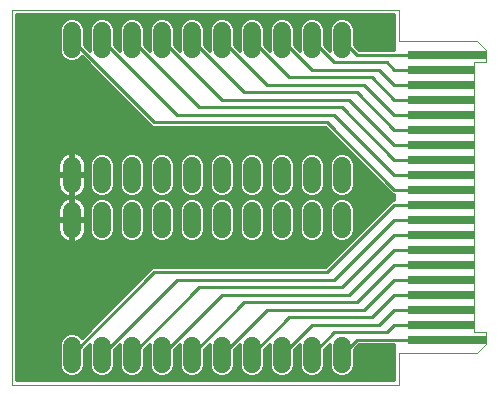
<source format=gtl>
G75*
%MOIN*%
%OFA0B0*%
%FSLAX24Y24*%
%IPPOS*%
%LPD*%
%AMOC8*
5,1,8,0,0,1.08239X$1,22.5*
%
%ADD10C,0.0000*%
%ADD11C,0.0600*%
%ADD12R,0.2600X0.0300*%
%ADD13R,0.2200X0.0300*%
%ADD14C,0.0100*%
%ADD15C,0.0317*%
D10*
X000150Y000487D02*
X013050Y000487D01*
X013050Y001537D01*
X015650Y001537D01*
X015950Y001837D01*
X015950Y002237D01*
X015550Y002237D01*
X015550Y011237D01*
X015950Y011237D01*
X015950Y011637D01*
X015650Y011937D01*
X013050Y011937D01*
X013050Y012987D01*
X000150Y012987D01*
X000150Y000487D01*
D11*
X002150Y001187D02*
X002150Y001787D01*
X003150Y001787D02*
X003150Y001187D01*
X004150Y001187D02*
X004150Y001787D01*
X005150Y001787D02*
X005150Y001187D01*
X006150Y001187D02*
X006150Y001787D01*
X007150Y001787D02*
X007150Y001187D01*
X008150Y001187D02*
X008150Y001787D01*
X009150Y001787D02*
X009150Y001187D01*
X010150Y001187D02*
X010150Y001787D01*
X011150Y001787D02*
X011150Y001187D01*
X011150Y005687D02*
X011150Y006287D01*
X010150Y006287D02*
X010150Y005687D01*
X009150Y005687D02*
X009150Y006287D01*
X008150Y006287D02*
X008150Y005687D01*
X007150Y005687D02*
X007150Y006287D01*
X006150Y006287D02*
X006150Y005687D01*
X005150Y005687D02*
X005150Y006287D01*
X004150Y006287D02*
X004150Y005687D01*
X003150Y005687D02*
X003150Y006287D01*
X002150Y006287D02*
X002150Y005687D01*
X002150Y007187D02*
X002150Y007787D01*
X003150Y007787D02*
X003150Y007187D01*
X004150Y007187D02*
X004150Y007787D01*
X005150Y007787D02*
X005150Y007187D01*
X006150Y007187D02*
X006150Y007787D01*
X007150Y007787D02*
X007150Y007187D01*
X008150Y007187D02*
X008150Y007787D01*
X009150Y007787D02*
X009150Y007187D01*
X010150Y007187D02*
X010150Y007787D01*
X011150Y007787D02*
X011150Y007187D01*
X011150Y011687D02*
X011150Y012287D01*
X010150Y012287D02*
X010150Y011687D01*
X009150Y011687D02*
X009150Y012287D01*
X008150Y012287D02*
X008150Y011687D01*
X007150Y011687D02*
X007150Y012287D01*
X006150Y012287D02*
X006150Y011687D01*
X005150Y011687D02*
X005150Y012287D01*
X004150Y012287D02*
X004150Y011687D01*
X003150Y011687D02*
X003150Y012287D01*
X002150Y012287D02*
X002150Y011687D01*
D12*
X014650Y011487D03*
X014650Y001987D03*
D13*
X014450Y002487D03*
X014450Y002987D03*
X014450Y003487D03*
X014450Y003987D03*
X014450Y004487D03*
X014450Y004987D03*
X014450Y005487D03*
X014450Y005987D03*
X014450Y006487D03*
X014450Y006987D03*
X014450Y007487D03*
X014450Y007987D03*
X014450Y008487D03*
X014450Y008987D03*
X014450Y009487D03*
X014450Y009987D03*
X014450Y010487D03*
X014450Y010987D03*
D14*
X012900Y010987D01*
X012650Y011237D01*
X010900Y011237D01*
X010150Y011987D01*
X009740Y012011D02*
X009560Y012011D01*
X009560Y011913D02*
X009740Y011913D01*
X009740Y011814D02*
X009560Y011814D01*
X009560Y011803D02*
X009560Y012368D01*
X009498Y012519D01*
X009382Y012634D01*
X009232Y012697D01*
X009068Y012697D01*
X008918Y012634D01*
X008802Y012519D01*
X008740Y012368D01*
X008740Y011623D01*
X008560Y011803D01*
X008560Y012368D01*
X008498Y012519D01*
X008382Y012634D01*
X008232Y012697D01*
X008068Y012697D01*
X007918Y012634D01*
X007802Y012519D01*
X007740Y012368D01*
X007740Y011623D01*
X007560Y011803D01*
X007560Y012368D01*
X007498Y012519D01*
X007382Y012634D01*
X007232Y012697D01*
X007068Y012697D01*
X006918Y012634D01*
X006802Y012519D01*
X006740Y012368D01*
X006740Y011623D01*
X006560Y011803D01*
X006560Y012368D01*
X006498Y012519D01*
X006382Y012634D01*
X006232Y012697D01*
X006068Y012697D01*
X005918Y012634D01*
X005802Y012519D01*
X005740Y012368D01*
X005740Y011623D01*
X005560Y011803D01*
X005560Y012368D01*
X005498Y012519D01*
X005382Y012634D01*
X005232Y012697D01*
X005068Y012697D01*
X004918Y012634D01*
X004802Y012519D01*
X004740Y012368D01*
X004740Y011623D01*
X004560Y011803D01*
X004560Y012368D01*
X004498Y012519D01*
X004382Y012634D01*
X004232Y012697D01*
X004068Y012697D01*
X003918Y012634D01*
X003802Y012519D01*
X003740Y012368D01*
X003740Y011623D01*
X003560Y011803D01*
X003560Y012368D01*
X003498Y012519D01*
X003382Y012634D01*
X003232Y012697D01*
X003068Y012697D01*
X002918Y012634D01*
X002802Y012519D01*
X002740Y012368D01*
X002740Y011623D01*
X002560Y011803D01*
X002560Y012368D01*
X002498Y012519D01*
X002382Y012634D01*
X002232Y012697D01*
X002068Y012697D01*
X001918Y012634D01*
X001802Y012519D01*
X001740Y012368D01*
X001740Y011605D01*
X001802Y011454D01*
X001918Y011339D01*
X002068Y011277D01*
X002232Y011277D01*
X002382Y011339D01*
X002477Y011434D01*
X004834Y009077D01*
X010584Y009077D01*
X012834Y006827D01*
X012900Y006827D01*
X012900Y006647D01*
X012834Y006647D01*
X010584Y004397D01*
X004834Y004397D01*
X002477Y002040D01*
X002382Y002134D01*
X002232Y002197D01*
X002068Y002197D01*
X001918Y002134D01*
X001802Y002019D01*
X001740Y001868D01*
X001740Y001105D01*
X001802Y000954D01*
X001918Y000839D01*
X002068Y000777D01*
X002232Y000777D01*
X002382Y000839D01*
X002498Y000954D01*
X002560Y001105D01*
X002560Y001670D01*
X002740Y001850D01*
X002740Y001105D01*
X002802Y000954D01*
X002918Y000839D01*
X003068Y000777D01*
X003232Y000777D01*
X003382Y000839D01*
X003498Y000954D01*
X003560Y001105D01*
X003560Y001670D01*
X003740Y001850D01*
X003740Y001105D01*
X003802Y000954D01*
X003918Y000839D01*
X004068Y000777D01*
X004232Y000777D01*
X004382Y000839D01*
X004498Y000954D01*
X004560Y001105D01*
X004560Y001670D01*
X004740Y001850D01*
X004740Y001105D01*
X004802Y000954D01*
X004918Y000839D01*
X005068Y000777D01*
X005232Y000777D01*
X005382Y000839D01*
X005498Y000954D01*
X005560Y001105D01*
X005560Y001670D01*
X005740Y001850D01*
X005740Y001105D01*
X005802Y000954D01*
X005918Y000839D01*
X006068Y000777D01*
X006232Y000777D01*
X006382Y000839D01*
X006498Y000954D01*
X006560Y001105D01*
X006560Y001670D01*
X006740Y001850D01*
X006740Y001105D01*
X006802Y000954D01*
X006918Y000839D01*
X007068Y000777D01*
X007232Y000777D01*
X007382Y000839D01*
X007498Y000954D01*
X007560Y001105D01*
X007560Y001670D01*
X007740Y001850D01*
X007740Y001105D01*
X007802Y000954D01*
X007918Y000839D01*
X008068Y000777D01*
X008232Y000777D01*
X008382Y000839D01*
X008498Y000954D01*
X008560Y001105D01*
X008560Y001670D01*
X008740Y001850D01*
X008740Y001105D01*
X008802Y000954D01*
X008918Y000839D01*
X009068Y000777D01*
X009232Y000777D01*
X009382Y000839D01*
X009498Y000954D01*
X009560Y001105D01*
X009560Y001670D01*
X009740Y001850D01*
X009740Y001105D01*
X009802Y000954D01*
X009918Y000839D01*
X010068Y000777D01*
X010232Y000777D01*
X010382Y000839D01*
X010498Y000954D01*
X010560Y001105D01*
X010560Y001670D01*
X010740Y001850D01*
X010740Y001105D01*
X010802Y000954D01*
X010918Y000839D01*
X011068Y000777D01*
X011232Y000777D01*
X011382Y000839D01*
X011498Y000954D01*
X011560Y001105D01*
X011560Y001670D01*
X011716Y001827D01*
X012900Y001827D01*
X012900Y000637D01*
X000300Y000637D01*
X000300Y012837D01*
X012900Y012837D01*
X012900Y011647D01*
X011716Y011647D01*
X011560Y011803D01*
X011560Y012368D01*
X011498Y012519D01*
X011382Y012634D01*
X011232Y012697D01*
X011068Y012697D01*
X010918Y012634D01*
X010802Y012519D01*
X010740Y012368D01*
X010740Y011623D01*
X010560Y011803D01*
X010560Y012368D01*
X010498Y012519D01*
X010382Y012634D01*
X010232Y012697D01*
X010068Y012697D01*
X009918Y012634D01*
X009802Y012519D01*
X009740Y012368D01*
X009740Y011623D01*
X009560Y011803D01*
X009647Y011716D02*
X009740Y011716D01*
X009740Y012110D02*
X009560Y012110D01*
X009560Y012208D02*
X009740Y012208D01*
X009740Y012307D02*
X009560Y012307D01*
X009545Y012405D02*
X009755Y012405D01*
X009796Y012504D02*
X009504Y012504D01*
X009414Y012602D02*
X009886Y012602D01*
X010414Y012602D02*
X010886Y012602D01*
X010796Y012504D02*
X010504Y012504D01*
X010545Y012405D02*
X010755Y012405D01*
X010740Y012307D02*
X010560Y012307D01*
X010560Y012208D02*
X010740Y012208D01*
X010740Y012110D02*
X010560Y012110D01*
X010560Y012011D02*
X010740Y012011D01*
X010740Y011913D02*
X010560Y011913D01*
X010560Y011814D02*
X010740Y011814D01*
X010740Y011716D02*
X010647Y011716D01*
X011150Y011987D02*
X011650Y011487D01*
X014650Y011487D01*
X014450Y010487D02*
X012900Y010487D01*
X012400Y010987D01*
X010150Y010987D01*
X009150Y011987D01*
X008740Y012011D02*
X008560Y012011D01*
X008560Y011913D02*
X008740Y011913D01*
X008740Y011814D02*
X008560Y011814D01*
X008647Y011716D02*
X008740Y011716D01*
X008740Y012110D02*
X008560Y012110D01*
X008560Y012208D02*
X008740Y012208D01*
X008740Y012307D02*
X008560Y012307D01*
X008545Y012405D02*
X008755Y012405D01*
X008796Y012504D02*
X008504Y012504D01*
X008414Y012602D02*
X008886Y012602D01*
X008150Y011987D02*
X009400Y010737D01*
X012150Y010737D01*
X012900Y009987D01*
X014450Y009987D01*
X014450Y009487D02*
X012900Y009487D01*
X011900Y010487D01*
X008650Y010487D01*
X007150Y011987D01*
X007560Y012011D02*
X007740Y012011D01*
X007740Y011913D02*
X007560Y011913D01*
X007560Y011814D02*
X007740Y011814D01*
X007740Y011716D02*
X007647Y011716D01*
X007560Y012110D02*
X007740Y012110D01*
X007740Y012208D02*
X007560Y012208D01*
X007560Y012307D02*
X007740Y012307D01*
X007755Y012405D02*
X007545Y012405D01*
X007504Y012504D02*
X007796Y012504D01*
X007886Y012602D02*
X007414Y012602D01*
X006886Y012602D02*
X006414Y012602D01*
X006504Y012504D02*
X006796Y012504D01*
X006755Y012405D02*
X006545Y012405D01*
X006560Y012307D02*
X006740Y012307D01*
X006740Y012208D02*
X006560Y012208D01*
X006560Y012110D02*
X006740Y012110D01*
X006740Y012011D02*
X006560Y012011D01*
X006560Y011913D02*
X006740Y011913D01*
X006740Y011814D02*
X006560Y011814D01*
X006647Y011716D02*
X006740Y011716D01*
X006150Y011987D02*
X007900Y010237D01*
X011650Y010237D01*
X012900Y008987D01*
X014450Y008987D01*
X014450Y008487D02*
X012900Y008487D01*
X011400Y009987D01*
X007150Y009987D01*
X005150Y011987D01*
X005560Y012011D02*
X005740Y012011D01*
X005740Y011913D02*
X005560Y011913D01*
X005560Y011814D02*
X005740Y011814D01*
X005740Y011716D02*
X005647Y011716D01*
X005560Y012110D02*
X005740Y012110D01*
X005740Y012208D02*
X005560Y012208D01*
X005560Y012307D02*
X005740Y012307D01*
X005755Y012405D02*
X005545Y012405D01*
X005504Y012504D02*
X005796Y012504D01*
X005886Y012602D02*
X005414Y012602D01*
X004886Y012602D02*
X004414Y012602D01*
X004504Y012504D02*
X004796Y012504D01*
X004755Y012405D02*
X004545Y012405D01*
X004560Y012307D02*
X004740Y012307D01*
X004740Y012208D02*
X004560Y012208D01*
X004560Y012110D02*
X004740Y012110D01*
X004740Y012011D02*
X004560Y012011D01*
X004560Y011913D02*
X004740Y011913D01*
X004740Y011814D02*
X004560Y011814D01*
X004647Y011716D02*
X004740Y011716D01*
X004150Y011987D02*
X006400Y009737D01*
X011150Y009737D01*
X012900Y007987D01*
X014450Y007987D01*
X014450Y007487D02*
X012900Y007487D01*
X010900Y009487D01*
X005650Y009487D01*
X003150Y011987D01*
X003560Y012011D02*
X003740Y012011D01*
X003740Y011913D02*
X003560Y011913D01*
X003560Y011814D02*
X003740Y011814D01*
X003740Y011716D02*
X003647Y011716D01*
X003560Y012110D02*
X003740Y012110D01*
X003740Y012208D02*
X003560Y012208D01*
X003560Y012307D02*
X003740Y012307D01*
X003755Y012405D02*
X003545Y012405D01*
X003504Y012504D02*
X003796Y012504D01*
X003886Y012602D02*
X003414Y012602D01*
X002886Y012602D02*
X002414Y012602D01*
X002504Y012504D02*
X002796Y012504D01*
X002755Y012405D02*
X002545Y012405D01*
X002560Y012307D02*
X002740Y012307D01*
X002740Y012208D02*
X002560Y012208D01*
X002560Y012110D02*
X002740Y012110D01*
X002740Y012011D02*
X002560Y012011D01*
X002560Y011913D02*
X002740Y011913D01*
X002740Y011814D02*
X002560Y011814D01*
X002647Y011716D02*
X002740Y011716D01*
X002490Y011420D02*
X002463Y011420D01*
X002340Y011322D02*
X002589Y011322D01*
X002687Y011223D02*
X000300Y011223D01*
X000300Y011125D02*
X002786Y011125D01*
X002884Y011026D02*
X000300Y011026D01*
X000300Y010928D02*
X002983Y010928D01*
X003081Y010829D02*
X000300Y010829D01*
X000300Y010731D02*
X003180Y010731D01*
X003278Y010632D02*
X000300Y010632D01*
X000300Y010534D02*
X003377Y010534D01*
X003475Y010435D02*
X000300Y010435D01*
X000300Y010337D02*
X003574Y010337D01*
X003672Y010238D02*
X000300Y010238D01*
X000300Y010140D02*
X003771Y010140D01*
X003869Y010041D02*
X000300Y010041D01*
X000300Y009943D02*
X003968Y009943D01*
X004066Y009844D02*
X000300Y009844D01*
X000300Y009746D02*
X004165Y009746D01*
X004263Y009647D02*
X000300Y009647D01*
X000300Y009549D02*
X004362Y009549D01*
X004460Y009450D02*
X000300Y009450D01*
X000300Y009352D02*
X004559Y009352D01*
X004657Y009253D02*
X000300Y009253D01*
X000300Y009155D02*
X004756Y009155D01*
X004900Y009237D02*
X002150Y011987D01*
X001740Y012011D02*
X000300Y012011D01*
X000300Y011913D02*
X001740Y011913D01*
X001740Y011814D02*
X000300Y011814D01*
X000300Y011716D02*
X001740Y011716D01*
X001740Y011617D02*
X000300Y011617D01*
X000300Y011519D02*
X001776Y011519D01*
X001837Y011420D02*
X000300Y011420D01*
X000300Y011322D02*
X001960Y011322D01*
X001740Y012110D02*
X000300Y012110D01*
X000300Y012208D02*
X001740Y012208D01*
X001740Y012307D02*
X000300Y012307D01*
X000300Y012405D02*
X001755Y012405D01*
X001796Y012504D02*
X000300Y012504D01*
X000300Y012602D02*
X001886Y012602D01*
X000300Y012701D02*
X012900Y012701D01*
X012900Y012799D02*
X000300Y012799D01*
X000300Y009056D02*
X010604Y009056D01*
X010703Y008958D02*
X000300Y008958D01*
X000300Y008859D02*
X010801Y008859D01*
X010900Y008761D02*
X000300Y008761D01*
X000300Y008662D02*
X010998Y008662D01*
X011097Y008564D02*
X000300Y008564D01*
X000300Y008465D02*
X011195Y008465D01*
X011294Y008367D02*
X000300Y008367D01*
X000300Y008268D02*
X011392Y008268D01*
X011382Y008134D02*
X011232Y008197D01*
X011068Y008197D01*
X010918Y008134D01*
X010802Y008019D01*
X010740Y007868D01*
X010740Y007105D01*
X010802Y006954D01*
X010918Y006839D01*
X011068Y006777D01*
X011232Y006777D01*
X011382Y006839D01*
X011498Y006954D01*
X011560Y007105D01*
X011560Y007868D01*
X011498Y008019D01*
X011382Y008134D01*
X011445Y008071D02*
X011589Y008071D01*
X011517Y007973D02*
X011688Y007973D01*
X011786Y007874D02*
X011558Y007874D01*
X011560Y007776D02*
X011885Y007776D01*
X011983Y007677D02*
X011560Y007677D01*
X011560Y007579D02*
X012082Y007579D01*
X012180Y007480D02*
X011560Y007480D01*
X011560Y007382D02*
X012279Y007382D01*
X012377Y007283D02*
X011560Y007283D01*
X011560Y007185D02*
X012476Y007185D01*
X012574Y007086D02*
X011552Y007086D01*
X011511Y006988D02*
X012673Y006988D01*
X012771Y006889D02*
X011432Y006889D01*
X011265Y006791D02*
X012900Y006791D01*
X012900Y006692D02*
X011242Y006692D01*
X011232Y006697D02*
X011068Y006697D01*
X010918Y006634D01*
X010802Y006519D01*
X010740Y006368D01*
X010740Y005605D01*
X010802Y005454D01*
X010918Y005339D01*
X011068Y005277D01*
X011232Y005277D01*
X011382Y005339D01*
X011498Y005454D01*
X011560Y005605D01*
X011560Y006368D01*
X011498Y006519D01*
X011382Y006634D01*
X011232Y006697D01*
X011058Y006692D02*
X010242Y006692D01*
X010232Y006697D02*
X010068Y006697D01*
X009918Y006634D01*
X009802Y006519D01*
X009740Y006368D01*
X009740Y005605D01*
X009802Y005454D01*
X009918Y005339D01*
X010068Y005277D01*
X010232Y005277D01*
X010382Y005339D01*
X010498Y005454D01*
X010560Y005605D01*
X010560Y006368D01*
X010498Y006519D01*
X010382Y006634D01*
X010232Y006697D01*
X010232Y006777D02*
X010068Y006777D01*
X009918Y006839D01*
X009802Y006954D01*
X009740Y007105D01*
X009740Y007868D01*
X009802Y008019D01*
X009918Y008134D01*
X010068Y008197D01*
X010232Y008197D01*
X010382Y008134D01*
X010498Y008019D01*
X010560Y007868D01*
X010560Y007105D01*
X010498Y006954D01*
X010382Y006839D01*
X010232Y006777D01*
X010265Y006791D02*
X011035Y006791D01*
X010868Y006889D02*
X010432Y006889D01*
X010511Y006988D02*
X010789Y006988D01*
X010748Y007086D02*
X010552Y007086D01*
X010560Y007185D02*
X010740Y007185D01*
X010740Y007283D02*
X010560Y007283D01*
X010560Y007382D02*
X010740Y007382D01*
X010740Y007480D02*
X010560Y007480D01*
X010560Y007579D02*
X010740Y007579D01*
X010740Y007677D02*
X010560Y007677D01*
X010560Y007776D02*
X010740Y007776D01*
X010742Y007874D02*
X010558Y007874D01*
X010517Y007973D02*
X010783Y007973D01*
X010855Y008071D02*
X010445Y008071D01*
X010297Y008170D02*
X011003Y008170D01*
X011297Y008170D02*
X011491Y008170D01*
X010650Y009237D02*
X004900Y009237D01*
X005068Y008197D02*
X004918Y008134D01*
X004802Y008019D01*
X004740Y007868D01*
X004740Y007105D01*
X004802Y006954D01*
X004918Y006839D01*
X005068Y006777D01*
X005232Y006777D01*
X005382Y006839D01*
X005498Y006954D01*
X005560Y007105D01*
X005560Y007868D01*
X005498Y008019D01*
X005382Y008134D01*
X005232Y008197D01*
X005068Y008197D01*
X005003Y008170D02*
X004297Y008170D01*
X004232Y008197D02*
X004382Y008134D01*
X004498Y008019D01*
X004560Y007868D01*
X004560Y007105D01*
X004498Y006954D01*
X004382Y006839D01*
X004232Y006777D01*
X004068Y006777D01*
X003918Y006839D01*
X003802Y006954D01*
X003740Y007105D01*
X003740Y007868D01*
X003802Y008019D01*
X003918Y008134D01*
X004068Y008197D01*
X004232Y008197D01*
X004003Y008170D02*
X003297Y008170D01*
X003232Y008197D02*
X003382Y008134D01*
X003498Y008019D01*
X003560Y007868D01*
X003560Y007105D01*
X003498Y006954D01*
X003382Y006839D01*
X003232Y006777D01*
X003068Y006777D01*
X002918Y006839D01*
X002802Y006954D01*
X002740Y007105D01*
X002740Y007868D01*
X002802Y008019D01*
X002918Y008134D01*
X003068Y008197D01*
X003232Y008197D01*
X003003Y008170D02*
X002388Y008170D01*
X002386Y008172D02*
X002323Y008204D01*
X002255Y008226D01*
X002200Y008234D01*
X002200Y007537D01*
X002100Y007537D01*
X002100Y008234D01*
X002045Y008226D01*
X001977Y008204D01*
X001914Y008172D01*
X001857Y008130D01*
X001807Y008080D01*
X001765Y008023D01*
X001733Y007959D01*
X001711Y007892D01*
X001700Y007822D01*
X001700Y007537D01*
X002100Y007537D01*
X002100Y007437D01*
X001700Y007437D01*
X001700Y007151D01*
X001711Y007081D01*
X001733Y007014D01*
X001765Y006951D01*
X001807Y006894D01*
X001857Y006843D01*
X001914Y006802D01*
X001977Y006770D01*
X002045Y006748D01*
X002100Y006739D01*
X002100Y007437D01*
X002200Y007437D01*
X002200Y007537D01*
X002600Y007537D01*
X002600Y007822D01*
X002589Y007892D01*
X002567Y007959D01*
X002535Y008023D01*
X002493Y008080D01*
X002443Y008130D01*
X002386Y008172D01*
X002500Y008071D02*
X002855Y008071D01*
X002783Y007973D02*
X002560Y007973D01*
X002592Y007874D02*
X002742Y007874D01*
X002740Y007776D02*
X002600Y007776D01*
X002600Y007677D02*
X002740Y007677D01*
X002740Y007579D02*
X002600Y007579D01*
X002600Y007437D02*
X002200Y007437D01*
X002200Y006739D01*
X002255Y006748D01*
X002323Y006770D01*
X002386Y006802D01*
X002443Y006843D01*
X002493Y006894D01*
X002535Y006951D01*
X002567Y007014D01*
X002589Y007081D01*
X002600Y007151D01*
X002600Y007437D01*
X002600Y007382D02*
X002740Y007382D01*
X002740Y007480D02*
X002200Y007480D01*
X002200Y007382D02*
X002100Y007382D01*
X002100Y007480D02*
X000300Y007480D01*
X000300Y007382D02*
X001700Y007382D01*
X001700Y007283D02*
X000300Y007283D01*
X000300Y007185D02*
X001700Y007185D01*
X001710Y007086D02*
X000300Y007086D01*
X000300Y006988D02*
X001746Y006988D01*
X001811Y006889D02*
X000300Y006889D01*
X000300Y006791D02*
X001936Y006791D01*
X001977Y006704D02*
X001914Y006672D01*
X001857Y006630D01*
X001807Y006580D01*
X001765Y006523D01*
X001733Y006459D01*
X001711Y006392D01*
X001700Y006322D01*
X001700Y006037D01*
X002100Y006037D01*
X002100Y006734D01*
X002045Y006726D01*
X001977Y006704D01*
X001955Y006692D02*
X000300Y006692D01*
X000300Y006594D02*
X001821Y006594D01*
X001751Y006495D02*
X000300Y006495D01*
X000300Y006397D02*
X001713Y006397D01*
X001700Y006298D02*
X000300Y006298D01*
X000300Y006200D02*
X001700Y006200D01*
X001700Y006101D02*
X000300Y006101D01*
X000300Y006003D02*
X002100Y006003D01*
X002100Y006037D02*
X002100Y005937D01*
X001700Y005937D01*
X001700Y005651D01*
X001711Y005581D01*
X001733Y005514D01*
X001765Y005451D01*
X001807Y005394D01*
X001857Y005343D01*
X001914Y005302D01*
X001977Y005270D01*
X002045Y005248D01*
X002100Y005239D01*
X002100Y005937D01*
X002200Y005937D01*
X002200Y006037D01*
X002100Y006037D01*
X002100Y006101D02*
X002200Y006101D01*
X002200Y006037D02*
X002200Y006734D01*
X002255Y006726D01*
X002323Y006704D01*
X002386Y006672D01*
X002443Y006630D01*
X002493Y006580D01*
X002535Y006523D01*
X002567Y006459D01*
X002589Y006392D01*
X002600Y006322D01*
X002600Y006037D01*
X002200Y006037D01*
X002200Y006003D02*
X002740Y006003D01*
X002740Y006101D02*
X002600Y006101D01*
X002600Y006200D02*
X002740Y006200D01*
X002740Y006298D02*
X002600Y006298D01*
X002587Y006397D02*
X002752Y006397D01*
X002740Y006368D02*
X002740Y005605D01*
X002802Y005454D01*
X002918Y005339D01*
X003068Y005277D01*
X003232Y005277D01*
X003382Y005339D01*
X003498Y005454D01*
X003560Y005605D01*
X003560Y006368D01*
X003498Y006519D01*
X003382Y006634D01*
X003232Y006697D01*
X003068Y006697D01*
X002918Y006634D01*
X002802Y006519D01*
X002740Y006368D01*
X002793Y006495D02*
X002549Y006495D01*
X002479Y006594D02*
X002877Y006594D01*
X003058Y006692D02*
X002345Y006692D01*
X002364Y006791D02*
X003035Y006791D01*
X002868Y006889D02*
X002489Y006889D01*
X002554Y006988D02*
X002789Y006988D01*
X002748Y007086D02*
X002590Y007086D01*
X002600Y007185D02*
X002740Y007185D01*
X002740Y007283D02*
X002600Y007283D01*
X002200Y007283D02*
X002100Y007283D01*
X002100Y007185D02*
X002200Y007185D01*
X002200Y007086D02*
X002100Y007086D01*
X002100Y006988D02*
X002200Y006988D01*
X002200Y006889D02*
X002100Y006889D01*
X002100Y006791D02*
X002200Y006791D01*
X002200Y006692D02*
X002100Y006692D01*
X002100Y006594D02*
X002200Y006594D01*
X002200Y006495D02*
X002100Y006495D01*
X002100Y006397D02*
X002200Y006397D01*
X002200Y006298D02*
X002100Y006298D01*
X002100Y006200D02*
X002200Y006200D01*
X002200Y005937D02*
X002600Y005937D01*
X002600Y005651D01*
X002589Y005581D01*
X002567Y005514D01*
X002535Y005451D01*
X002493Y005394D01*
X002443Y005343D01*
X002386Y005302D01*
X002323Y005270D01*
X002255Y005248D01*
X002200Y005239D01*
X002200Y005937D01*
X002200Y005904D02*
X002100Y005904D01*
X002100Y005806D02*
X002200Y005806D01*
X002200Y005707D02*
X002100Y005707D01*
X002100Y005609D02*
X002200Y005609D01*
X002200Y005510D02*
X002100Y005510D01*
X002100Y005412D02*
X002200Y005412D01*
X002200Y005313D02*
X002100Y005313D01*
X001898Y005313D02*
X000300Y005313D01*
X000300Y005215D02*
X011402Y005215D01*
X011320Y005313D02*
X011500Y005313D01*
X011455Y005412D02*
X011599Y005412D01*
X011521Y005510D02*
X011697Y005510D01*
X011796Y005609D02*
X011560Y005609D01*
X011560Y005707D02*
X011894Y005707D01*
X011993Y005806D02*
X011560Y005806D01*
X011560Y005904D02*
X012091Y005904D01*
X012190Y006003D02*
X011560Y006003D01*
X011560Y006101D02*
X012288Y006101D01*
X012387Y006200D02*
X011560Y006200D01*
X011560Y006298D02*
X012485Y006298D01*
X012584Y006397D02*
X011548Y006397D01*
X011507Y006495D02*
X012682Y006495D01*
X012781Y006594D02*
X011423Y006594D01*
X010877Y006594D02*
X010423Y006594D01*
X010507Y006495D02*
X010793Y006495D01*
X010752Y006397D02*
X010548Y006397D01*
X010560Y006298D02*
X010740Y006298D01*
X010740Y006200D02*
X010560Y006200D01*
X010560Y006101D02*
X010740Y006101D01*
X010740Y006003D02*
X010560Y006003D01*
X010560Y005904D02*
X010740Y005904D01*
X010740Y005806D02*
X010560Y005806D01*
X010560Y005707D02*
X010740Y005707D01*
X010740Y005609D02*
X010560Y005609D01*
X010521Y005510D02*
X010779Y005510D01*
X010845Y005412D02*
X010455Y005412D01*
X010320Y005313D02*
X010980Y005313D01*
X011205Y005018D02*
X000300Y005018D01*
X000300Y005116D02*
X011303Y005116D01*
X011106Y004919D02*
X000300Y004919D01*
X000300Y004821D02*
X011008Y004821D01*
X010909Y004722D02*
X000300Y004722D01*
X000300Y004624D02*
X010811Y004624D01*
X010712Y004525D02*
X000300Y004525D01*
X000300Y004427D02*
X010614Y004427D01*
X010650Y004237D02*
X004900Y004237D01*
X002150Y001487D01*
X002560Y001472D02*
X002740Y001472D01*
X002740Y001570D02*
X002560Y001570D01*
X002560Y001669D02*
X002740Y001669D01*
X002740Y001767D02*
X002657Y001767D01*
X002500Y002063D02*
X002454Y002063D01*
X002317Y002161D02*
X002598Y002161D01*
X002697Y002260D02*
X000300Y002260D01*
X000300Y002358D02*
X002795Y002358D01*
X002894Y002457D02*
X000300Y002457D01*
X000300Y002555D02*
X002992Y002555D01*
X003091Y002654D02*
X000300Y002654D01*
X000300Y002752D02*
X003189Y002752D01*
X003288Y002851D02*
X000300Y002851D01*
X000300Y002949D02*
X003386Y002949D01*
X003485Y003048D02*
X000300Y003048D01*
X000300Y003146D02*
X003583Y003146D01*
X003682Y003245D02*
X000300Y003245D01*
X000300Y003343D02*
X003780Y003343D01*
X003879Y003442D02*
X000300Y003442D01*
X000300Y003540D02*
X003977Y003540D01*
X004076Y003639D02*
X000300Y003639D01*
X000300Y003737D02*
X004174Y003737D01*
X004273Y003836D02*
X000300Y003836D01*
X000300Y003934D02*
X004371Y003934D01*
X004470Y004033D02*
X000300Y004033D01*
X000300Y004131D02*
X004568Y004131D01*
X004667Y004230D02*
X000300Y004230D01*
X000300Y004328D02*
X004765Y004328D01*
X005650Y003987D02*
X003150Y001487D01*
X003560Y001472D02*
X003740Y001472D01*
X003740Y001570D02*
X003560Y001570D01*
X003560Y001669D02*
X003740Y001669D01*
X003740Y001767D02*
X003657Y001767D01*
X003740Y001373D02*
X003560Y001373D01*
X003560Y001275D02*
X003740Y001275D01*
X003740Y001176D02*
X003560Y001176D01*
X003549Y001078D02*
X003751Y001078D01*
X003792Y000979D02*
X003508Y000979D01*
X003424Y000881D02*
X003876Y000881D01*
X004055Y000782D02*
X003245Y000782D01*
X003055Y000782D02*
X002245Y000782D01*
X002055Y000782D02*
X000300Y000782D01*
X000300Y000684D02*
X012900Y000684D01*
X012900Y000782D02*
X011245Y000782D01*
X011055Y000782D02*
X010245Y000782D01*
X010055Y000782D02*
X009245Y000782D01*
X009055Y000782D02*
X008245Y000782D01*
X008424Y000881D02*
X008876Y000881D01*
X008792Y000979D02*
X008508Y000979D01*
X008549Y001078D02*
X008751Y001078D01*
X008740Y001176D02*
X008560Y001176D01*
X008560Y001275D02*
X008740Y001275D01*
X008740Y001373D02*
X008560Y001373D01*
X008560Y001472D02*
X008740Y001472D01*
X008740Y001570D02*
X008560Y001570D01*
X008560Y001669D02*
X008740Y001669D01*
X008740Y001767D02*
X008657Y001767D01*
X009150Y001487D02*
X010150Y002487D01*
X012400Y002487D01*
X012900Y002987D01*
X014450Y002987D01*
X014450Y003487D02*
X012900Y003487D01*
X012150Y002737D01*
X009400Y002737D01*
X008150Y001487D01*
X007740Y001472D02*
X007560Y001472D01*
X007560Y001570D02*
X007740Y001570D01*
X007740Y001669D02*
X007560Y001669D01*
X007657Y001767D02*
X007740Y001767D01*
X007740Y001373D02*
X007560Y001373D01*
X007560Y001275D02*
X007740Y001275D01*
X007740Y001176D02*
X007560Y001176D01*
X007549Y001078D02*
X007751Y001078D01*
X007792Y000979D02*
X007508Y000979D01*
X007424Y000881D02*
X007876Y000881D01*
X008055Y000782D02*
X007245Y000782D01*
X007055Y000782D02*
X006245Y000782D01*
X006055Y000782D02*
X005245Y000782D01*
X005055Y000782D02*
X004245Y000782D01*
X004424Y000881D02*
X004876Y000881D01*
X004792Y000979D02*
X004508Y000979D01*
X004549Y001078D02*
X004751Y001078D01*
X004740Y001176D02*
X004560Y001176D01*
X004560Y001275D02*
X004740Y001275D01*
X004740Y001373D02*
X004560Y001373D01*
X004560Y001472D02*
X004740Y001472D01*
X004740Y001570D02*
X004560Y001570D01*
X004560Y001669D02*
X004740Y001669D01*
X004740Y001767D02*
X004657Y001767D01*
X005150Y001487D02*
X007150Y003487D01*
X011400Y003487D01*
X012900Y004987D01*
X014450Y004987D01*
X014450Y005487D02*
X012900Y005487D01*
X011150Y003737D01*
X006400Y003737D01*
X004150Y001487D01*
X005424Y000881D02*
X005876Y000881D01*
X005792Y000979D02*
X005508Y000979D01*
X005549Y001078D02*
X005751Y001078D01*
X005740Y001176D02*
X005560Y001176D01*
X005560Y001275D02*
X005740Y001275D01*
X005740Y001373D02*
X005560Y001373D01*
X005560Y001472D02*
X005740Y001472D01*
X005740Y001570D02*
X005560Y001570D01*
X005560Y001669D02*
X005740Y001669D01*
X005740Y001767D02*
X005657Y001767D01*
X006150Y001487D02*
X007900Y003237D01*
X011650Y003237D01*
X012900Y004487D01*
X014450Y004487D01*
X014450Y003987D02*
X012900Y003987D01*
X011900Y002987D01*
X008650Y002987D01*
X007150Y001487D01*
X006740Y001472D02*
X006560Y001472D01*
X006560Y001570D02*
X006740Y001570D01*
X006740Y001669D02*
X006560Y001669D01*
X006657Y001767D02*
X006740Y001767D01*
X006740Y001373D02*
X006560Y001373D01*
X006560Y001275D02*
X006740Y001275D01*
X006740Y001176D02*
X006560Y001176D01*
X006549Y001078D02*
X006751Y001078D01*
X006792Y000979D02*
X006508Y000979D01*
X006424Y000881D02*
X006876Y000881D01*
X009424Y000881D02*
X009876Y000881D01*
X009792Y000979D02*
X009508Y000979D01*
X009549Y001078D02*
X009751Y001078D01*
X009740Y001176D02*
X009560Y001176D01*
X009560Y001275D02*
X009740Y001275D01*
X009740Y001373D02*
X009560Y001373D01*
X009560Y001472D02*
X009740Y001472D01*
X009740Y001570D02*
X009560Y001570D01*
X009560Y001669D02*
X009740Y001669D01*
X009740Y001767D02*
X009657Y001767D01*
X010150Y001487D02*
X010900Y002237D01*
X012650Y002237D01*
X012900Y002487D01*
X014450Y002487D01*
X014650Y001987D02*
X011650Y001987D01*
X011150Y001487D01*
X010740Y001472D02*
X010560Y001472D01*
X010560Y001570D02*
X010740Y001570D01*
X010740Y001669D02*
X010560Y001669D01*
X010657Y001767D02*
X010740Y001767D01*
X010740Y001373D02*
X010560Y001373D01*
X010560Y001275D02*
X010740Y001275D01*
X010740Y001176D02*
X010560Y001176D01*
X010549Y001078D02*
X010751Y001078D01*
X010792Y000979D02*
X010508Y000979D01*
X010424Y000881D02*
X010876Y000881D01*
X011424Y000881D02*
X012900Y000881D01*
X012900Y000979D02*
X011508Y000979D01*
X011549Y001078D02*
X012900Y001078D01*
X012900Y001176D02*
X011560Y001176D01*
X011560Y001275D02*
X012900Y001275D01*
X012900Y001373D02*
X011560Y001373D01*
X011560Y001472D02*
X012900Y001472D01*
X012900Y001570D02*
X011560Y001570D01*
X011560Y001669D02*
X012900Y001669D01*
X012900Y001767D02*
X011657Y001767D01*
X010900Y003987D02*
X005650Y003987D01*
X006068Y005277D02*
X005918Y005339D01*
X005802Y005454D01*
X005740Y005605D01*
X005740Y006368D01*
X005802Y006519D01*
X005918Y006634D01*
X006068Y006697D01*
X006232Y006697D01*
X006382Y006634D01*
X006498Y006519D01*
X006560Y006368D01*
X006560Y005605D01*
X006498Y005454D01*
X006382Y005339D01*
X006232Y005277D01*
X006068Y005277D01*
X005980Y005313D02*
X005320Y005313D01*
X005382Y005339D02*
X005498Y005454D01*
X005560Y005605D01*
X005560Y006368D01*
X005498Y006519D01*
X005382Y006634D01*
X005232Y006697D01*
X005068Y006697D01*
X004918Y006634D01*
X004802Y006519D01*
X004740Y006368D01*
X004740Y005605D01*
X004802Y005454D01*
X004918Y005339D01*
X005068Y005277D01*
X005232Y005277D01*
X005382Y005339D01*
X005455Y005412D02*
X005845Y005412D01*
X005779Y005510D02*
X005521Y005510D01*
X005560Y005609D02*
X005740Y005609D01*
X005740Y005707D02*
X005560Y005707D01*
X005560Y005806D02*
X005740Y005806D01*
X005740Y005904D02*
X005560Y005904D01*
X005560Y006003D02*
X005740Y006003D01*
X005740Y006101D02*
X005560Y006101D01*
X005560Y006200D02*
X005740Y006200D01*
X005740Y006298D02*
X005560Y006298D01*
X005548Y006397D02*
X005752Y006397D01*
X005793Y006495D02*
X005507Y006495D01*
X005423Y006594D02*
X005877Y006594D01*
X006058Y006692D02*
X005242Y006692D01*
X005265Y006791D02*
X006035Y006791D01*
X006068Y006777D02*
X006232Y006777D01*
X006382Y006839D01*
X006498Y006954D01*
X006560Y007105D01*
X006560Y007868D01*
X006498Y008019D01*
X006382Y008134D01*
X006232Y008197D01*
X006068Y008197D01*
X005918Y008134D01*
X005802Y008019D01*
X005740Y007868D01*
X005740Y007105D01*
X005802Y006954D01*
X005918Y006839D01*
X006068Y006777D01*
X006242Y006692D02*
X007058Y006692D01*
X007068Y006697D02*
X006918Y006634D01*
X006802Y006519D01*
X006740Y006368D01*
X006740Y005605D01*
X006802Y005454D01*
X006918Y005339D01*
X007068Y005277D01*
X007232Y005277D01*
X007382Y005339D01*
X007498Y005454D01*
X007560Y005605D01*
X007560Y006368D01*
X007498Y006519D01*
X007382Y006634D01*
X007232Y006697D01*
X007068Y006697D01*
X007068Y006777D02*
X007232Y006777D01*
X007382Y006839D01*
X007498Y006954D01*
X007560Y007105D01*
X007560Y007868D01*
X007498Y008019D01*
X007382Y008134D01*
X007232Y008197D01*
X007068Y008197D01*
X006918Y008134D01*
X006802Y008019D01*
X006740Y007868D01*
X006740Y007105D01*
X006802Y006954D01*
X006918Y006839D01*
X007068Y006777D01*
X007035Y006791D02*
X006265Y006791D01*
X006432Y006889D02*
X006868Y006889D01*
X006789Y006988D02*
X006511Y006988D01*
X006552Y007086D02*
X006748Y007086D01*
X006740Y007185D02*
X006560Y007185D01*
X006560Y007283D02*
X006740Y007283D01*
X006740Y007382D02*
X006560Y007382D01*
X006560Y007480D02*
X006740Y007480D01*
X006740Y007579D02*
X006560Y007579D01*
X006560Y007677D02*
X006740Y007677D01*
X006740Y007776D02*
X006560Y007776D01*
X006558Y007874D02*
X006742Y007874D01*
X006783Y007973D02*
X006517Y007973D01*
X006445Y008071D02*
X006855Y008071D01*
X007003Y008170D02*
X006297Y008170D01*
X006003Y008170D02*
X005297Y008170D01*
X005445Y008071D02*
X005855Y008071D01*
X005783Y007973D02*
X005517Y007973D01*
X005558Y007874D02*
X005742Y007874D01*
X005740Y007776D02*
X005560Y007776D01*
X005560Y007677D02*
X005740Y007677D01*
X005740Y007579D02*
X005560Y007579D01*
X005560Y007480D02*
X005740Y007480D01*
X005740Y007382D02*
X005560Y007382D01*
X005560Y007283D02*
X005740Y007283D01*
X005740Y007185D02*
X005560Y007185D01*
X005552Y007086D02*
X005748Y007086D01*
X005789Y006988D02*
X005511Y006988D01*
X005432Y006889D02*
X005868Y006889D01*
X006423Y006594D02*
X006877Y006594D01*
X006793Y006495D02*
X006507Y006495D01*
X006548Y006397D02*
X006752Y006397D01*
X006740Y006298D02*
X006560Y006298D01*
X006560Y006200D02*
X006740Y006200D01*
X006740Y006101D02*
X006560Y006101D01*
X006560Y006003D02*
X006740Y006003D01*
X006740Y005904D02*
X006560Y005904D01*
X006560Y005806D02*
X006740Y005806D01*
X006740Y005707D02*
X006560Y005707D01*
X006560Y005609D02*
X006740Y005609D01*
X006779Y005510D02*
X006521Y005510D01*
X006455Y005412D02*
X006845Y005412D01*
X006980Y005313D02*
X006320Y005313D01*
X007320Y005313D02*
X007980Y005313D01*
X007918Y005339D02*
X008068Y005277D01*
X008232Y005277D01*
X008382Y005339D01*
X008498Y005454D01*
X008560Y005605D01*
X008560Y006368D01*
X008498Y006519D01*
X008382Y006634D01*
X008232Y006697D01*
X008068Y006697D01*
X007918Y006634D01*
X007802Y006519D01*
X007740Y006368D01*
X007740Y005605D01*
X007802Y005454D01*
X007918Y005339D01*
X007845Y005412D02*
X007455Y005412D01*
X007521Y005510D02*
X007779Y005510D01*
X007740Y005609D02*
X007560Y005609D01*
X007560Y005707D02*
X007740Y005707D01*
X007740Y005806D02*
X007560Y005806D01*
X007560Y005904D02*
X007740Y005904D01*
X007740Y006003D02*
X007560Y006003D01*
X007560Y006101D02*
X007740Y006101D01*
X007740Y006200D02*
X007560Y006200D01*
X007560Y006298D02*
X007740Y006298D01*
X007752Y006397D02*
X007548Y006397D01*
X007507Y006495D02*
X007793Y006495D01*
X007877Y006594D02*
X007423Y006594D01*
X007242Y006692D02*
X008058Y006692D01*
X008068Y006777D02*
X007918Y006839D01*
X007802Y006954D01*
X007740Y007105D01*
X007740Y007868D01*
X007802Y008019D01*
X007918Y008134D01*
X008068Y008197D01*
X008232Y008197D01*
X008382Y008134D01*
X008498Y008019D01*
X008560Y007868D01*
X008560Y007105D01*
X008498Y006954D01*
X008382Y006839D01*
X008232Y006777D01*
X008068Y006777D01*
X008035Y006791D02*
X007265Y006791D01*
X007432Y006889D02*
X007868Y006889D01*
X007789Y006988D02*
X007511Y006988D01*
X007552Y007086D02*
X007748Y007086D01*
X007740Y007185D02*
X007560Y007185D01*
X007560Y007283D02*
X007740Y007283D01*
X007740Y007382D02*
X007560Y007382D01*
X007560Y007480D02*
X007740Y007480D01*
X007740Y007579D02*
X007560Y007579D01*
X007560Y007677D02*
X007740Y007677D01*
X007740Y007776D02*
X007560Y007776D01*
X007558Y007874D02*
X007742Y007874D01*
X007783Y007973D02*
X007517Y007973D01*
X007445Y008071D02*
X007855Y008071D01*
X008003Y008170D02*
X007297Y008170D01*
X008297Y008170D02*
X009003Y008170D01*
X009068Y008197D02*
X008918Y008134D01*
X008802Y008019D01*
X008740Y007868D01*
X008740Y007105D01*
X008802Y006954D01*
X008918Y006839D01*
X009068Y006777D01*
X009232Y006777D01*
X009382Y006839D01*
X009498Y006954D01*
X009560Y007105D01*
X009560Y007868D01*
X009498Y008019D01*
X009382Y008134D01*
X009232Y008197D01*
X009068Y008197D01*
X009297Y008170D02*
X010003Y008170D01*
X009855Y008071D02*
X009445Y008071D01*
X009517Y007973D02*
X009783Y007973D01*
X009742Y007874D02*
X009558Y007874D01*
X009560Y007776D02*
X009740Y007776D01*
X009740Y007677D02*
X009560Y007677D01*
X009560Y007579D02*
X009740Y007579D01*
X009740Y007480D02*
X009560Y007480D01*
X009560Y007382D02*
X009740Y007382D01*
X009740Y007283D02*
X009560Y007283D01*
X009560Y007185D02*
X009740Y007185D01*
X009748Y007086D02*
X009552Y007086D01*
X009511Y006988D02*
X009789Y006988D01*
X009868Y006889D02*
X009432Y006889D01*
X009265Y006791D02*
X010035Y006791D01*
X010058Y006692D02*
X009242Y006692D01*
X009232Y006697D02*
X009068Y006697D01*
X008918Y006634D01*
X008802Y006519D01*
X008740Y006368D01*
X008740Y005605D01*
X008802Y005454D01*
X008918Y005339D01*
X009068Y005277D01*
X009232Y005277D01*
X009382Y005339D01*
X009498Y005454D01*
X009560Y005605D01*
X009560Y006368D01*
X009498Y006519D01*
X009382Y006634D01*
X009232Y006697D01*
X009058Y006692D02*
X008242Y006692D01*
X008265Y006791D02*
X009035Y006791D01*
X008868Y006889D02*
X008432Y006889D01*
X008511Y006988D02*
X008789Y006988D01*
X008748Y007086D02*
X008552Y007086D01*
X008560Y007185D02*
X008740Y007185D01*
X008740Y007283D02*
X008560Y007283D01*
X008560Y007382D02*
X008740Y007382D01*
X008740Y007480D02*
X008560Y007480D01*
X008560Y007579D02*
X008740Y007579D01*
X008740Y007677D02*
X008560Y007677D01*
X008560Y007776D02*
X008740Y007776D01*
X008742Y007874D02*
X008558Y007874D01*
X008517Y007973D02*
X008783Y007973D01*
X008855Y008071D02*
X008445Y008071D01*
X008423Y006594D02*
X008877Y006594D01*
X008793Y006495D02*
X008507Y006495D01*
X008548Y006397D02*
X008752Y006397D01*
X008740Y006298D02*
X008560Y006298D01*
X008560Y006200D02*
X008740Y006200D01*
X008740Y006101D02*
X008560Y006101D01*
X008560Y006003D02*
X008740Y006003D01*
X008740Y005904D02*
X008560Y005904D01*
X008560Y005806D02*
X008740Y005806D01*
X008740Y005707D02*
X008560Y005707D01*
X008560Y005609D02*
X008740Y005609D01*
X008779Y005510D02*
X008521Y005510D01*
X008455Y005412D02*
X008845Y005412D01*
X008980Y005313D02*
X008320Y005313D01*
X009320Y005313D02*
X009980Y005313D01*
X009845Y005412D02*
X009455Y005412D01*
X009521Y005510D02*
X009779Y005510D01*
X009740Y005609D02*
X009560Y005609D01*
X009560Y005707D02*
X009740Y005707D01*
X009740Y005806D02*
X009560Y005806D01*
X009560Y005904D02*
X009740Y005904D01*
X009740Y006003D02*
X009560Y006003D01*
X009560Y006101D02*
X009740Y006101D01*
X009740Y006200D02*
X009560Y006200D01*
X009560Y006298D02*
X009740Y006298D01*
X009752Y006397D02*
X009548Y006397D01*
X009507Y006495D02*
X009793Y006495D01*
X009877Y006594D02*
X009423Y006594D01*
X010650Y004237D02*
X012900Y006487D01*
X014450Y006487D01*
X014450Y006987D02*
X012900Y006987D01*
X010650Y009237D01*
X011647Y011716D02*
X012900Y011716D01*
X012900Y011814D02*
X011560Y011814D01*
X011560Y011913D02*
X012900Y011913D01*
X012900Y012011D02*
X011560Y012011D01*
X011560Y012110D02*
X012900Y012110D01*
X012900Y012208D02*
X011560Y012208D01*
X011560Y012307D02*
X012900Y012307D01*
X012900Y012405D02*
X011545Y012405D01*
X011504Y012504D02*
X012900Y012504D01*
X012900Y012602D02*
X011414Y012602D01*
X004855Y008071D02*
X004445Y008071D01*
X004517Y007973D02*
X004783Y007973D01*
X004742Y007874D02*
X004558Y007874D01*
X004560Y007776D02*
X004740Y007776D01*
X004740Y007677D02*
X004560Y007677D01*
X004560Y007579D02*
X004740Y007579D01*
X004740Y007480D02*
X004560Y007480D01*
X004560Y007382D02*
X004740Y007382D01*
X004740Y007283D02*
X004560Y007283D01*
X004560Y007185D02*
X004740Y007185D01*
X004748Y007086D02*
X004552Y007086D01*
X004511Y006988D02*
X004789Y006988D01*
X004868Y006889D02*
X004432Y006889D01*
X004265Y006791D02*
X005035Y006791D01*
X005058Y006692D02*
X004242Y006692D01*
X004232Y006697D02*
X004068Y006697D01*
X003918Y006634D01*
X003802Y006519D01*
X003740Y006368D01*
X003740Y005605D01*
X003802Y005454D01*
X003918Y005339D01*
X004068Y005277D01*
X004232Y005277D01*
X004382Y005339D01*
X004498Y005454D01*
X004560Y005605D01*
X004560Y006368D01*
X004498Y006519D01*
X004382Y006634D01*
X004232Y006697D01*
X004058Y006692D02*
X003242Y006692D01*
X003265Y006791D02*
X004035Y006791D01*
X003868Y006889D02*
X003432Y006889D01*
X003511Y006988D02*
X003789Y006988D01*
X003748Y007086D02*
X003552Y007086D01*
X003560Y007185D02*
X003740Y007185D01*
X003740Y007283D02*
X003560Y007283D01*
X003560Y007382D02*
X003740Y007382D01*
X003740Y007480D02*
X003560Y007480D01*
X003560Y007579D02*
X003740Y007579D01*
X003740Y007677D02*
X003560Y007677D01*
X003560Y007776D02*
X003740Y007776D01*
X003742Y007874D02*
X003558Y007874D01*
X003517Y007973D02*
X003783Y007973D01*
X003855Y008071D02*
X003445Y008071D01*
X002200Y008071D02*
X002100Y008071D01*
X002100Y007973D02*
X002200Y007973D01*
X002200Y007874D02*
X002100Y007874D01*
X002100Y007776D02*
X002200Y007776D01*
X002200Y007677D02*
X002100Y007677D01*
X002100Y007579D02*
X002200Y007579D01*
X001700Y007579D02*
X000300Y007579D01*
X000300Y007677D02*
X001700Y007677D01*
X001700Y007776D02*
X000300Y007776D01*
X000300Y007874D02*
X001708Y007874D01*
X001740Y007973D02*
X000300Y007973D01*
X000300Y008071D02*
X001800Y008071D01*
X001912Y008170D02*
X000300Y008170D01*
X002100Y008170D02*
X002200Y008170D01*
X003423Y006594D02*
X003877Y006594D01*
X003793Y006495D02*
X003507Y006495D01*
X003548Y006397D02*
X003752Y006397D01*
X003740Y006298D02*
X003560Y006298D01*
X003560Y006200D02*
X003740Y006200D01*
X003740Y006101D02*
X003560Y006101D01*
X003560Y006003D02*
X003740Y006003D01*
X003740Y005904D02*
X003560Y005904D01*
X003560Y005806D02*
X003740Y005806D01*
X003740Y005707D02*
X003560Y005707D01*
X003560Y005609D02*
X003740Y005609D01*
X003779Y005510D02*
X003521Y005510D01*
X003455Y005412D02*
X003845Y005412D01*
X003980Y005313D02*
X003320Y005313D01*
X002980Y005313D02*
X002402Y005313D01*
X002506Y005412D02*
X002845Y005412D01*
X002779Y005510D02*
X002565Y005510D01*
X002593Y005609D02*
X002740Y005609D01*
X002740Y005707D02*
X002600Y005707D01*
X002600Y005806D02*
X002740Y005806D01*
X002740Y005904D02*
X002600Y005904D01*
X001700Y005904D02*
X000300Y005904D01*
X000300Y005806D02*
X001700Y005806D01*
X001700Y005707D02*
X000300Y005707D01*
X000300Y005609D02*
X001707Y005609D01*
X001735Y005510D02*
X000300Y005510D01*
X000300Y005412D02*
X001794Y005412D01*
X004320Y005313D02*
X004980Y005313D01*
X004845Y005412D02*
X004455Y005412D01*
X004521Y005510D02*
X004779Y005510D01*
X004740Y005609D02*
X004560Y005609D01*
X004560Y005707D02*
X004740Y005707D01*
X004740Y005806D02*
X004560Y005806D01*
X004560Y005904D02*
X004740Y005904D01*
X004740Y006003D02*
X004560Y006003D01*
X004560Y006101D02*
X004740Y006101D01*
X004740Y006200D02*
X004560Y006200D01*
X004560Y006298D02*
X004740Y006298D01*
X004752Y006397D02*
X004548Y006397D01*
X004507Y006495D02*
X004793Y006495D01*
X004877Y006594D02*
X004423Y006594D01*
X001983Y002161D02*
X000300Y002161D01*
X000300Y002063D02*
X001846Y002063D01*
X001780Y001964D02*
X000300Y001964D01*
X000300Y001866D02*
X001740Y001866D01*
X001740Y001767D02*
X000300Y001767D01*
X000300Y001669D02*
X001740Y001669D01*
X001740Y001570D02*
X000300Y001570D01*
X000300Y001472D02*
X001740Y001472D01*
X001740Y001373D02*
X000300Y001373D01*
X000300Y001275D02*
X001740Y001275D01*
X001740Y001176D02*
X000300Y001176D01*
X000300Y001078D02*
X001751Y001078D01*
X001792Y000979D02*
X000300Y000979D01*
X000300Y000881D02*
X001876Y000881D01*
X002424Y000881D02*
X002876Y000881D01*
X002792Y000979D02*
X002508Y000979D01*
X002549Y001078D02*
X002751Y001078D01*
X002740Y001176D02*
X002560Y001176D01*
X002560Y001275D02*
X002740Y001275D01*
X002740Y001373D02*
X002560Y001373D01*
X010900Y003987D02*
X012900Y005987D01*
X014450Y005987D01*
D15*
X012400Y001237D03*
X000900Y001237D03*
X000900Y001987D03*
X000900Y005987D03*
X000900Y007487D03*
X000900Y011487D03*
X000900Y012237D03*
X012400Y012237D03*
M02*

</source>
